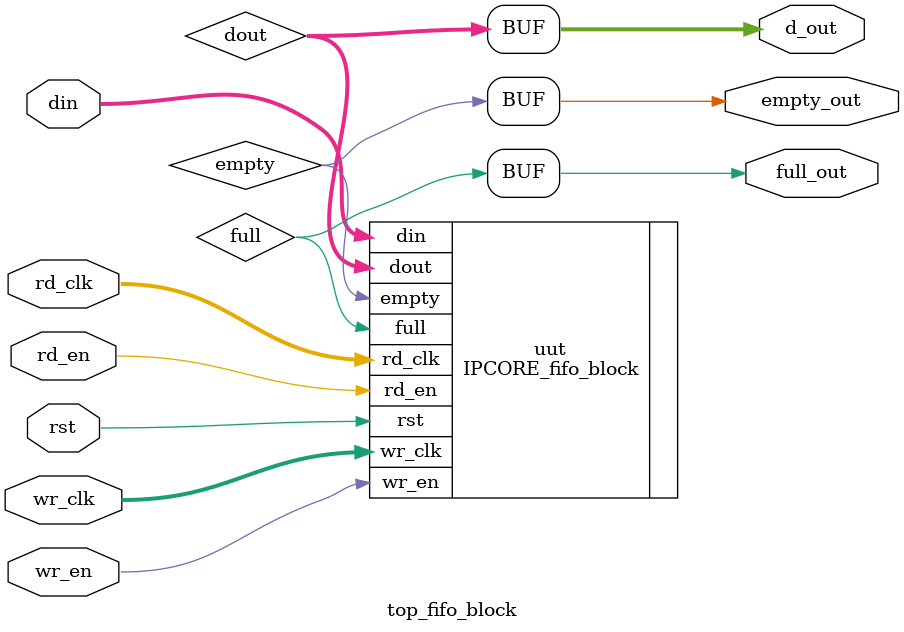
<source format=v>
`timescale 1ns / 1ps
module top_fifo_block(
	output [15:0] d_out,
	output full_out,
	output empty_out,
	input [15:0] din,
	input rst,
	input [7:0] rd_clk,
	input [7:0] wr_clk,
	input rd_en,
	input wr_en
   );
	
	wire [15:0] dout;
	wire full, empty;
	assign d_out = dout;
	assign full_out = full;
	assign empty_out = empty;
	
	IPCORE_fifo_block uut (
		.rst(rst), 
		.wr_clk(wr_clk), 
		.rd_clk(rd_clk), 
		.din(din), 
		.wr_en(wr_en), 
		.rd_en(rd_en), 
		.dout(dout), 
		.full(full), 
		.empty(empty)
	);

endmodule

</source>
